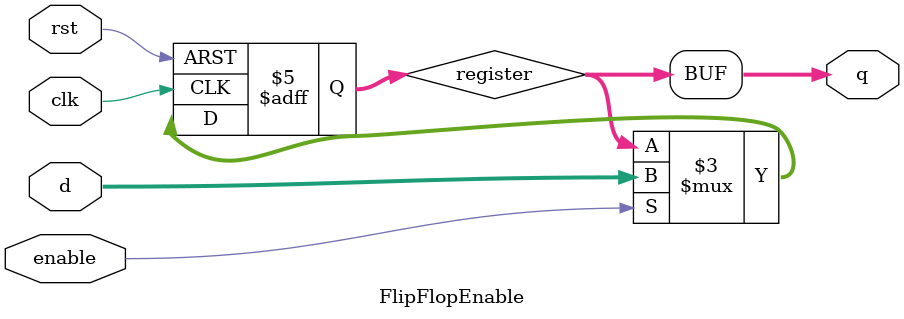
<source format=v>
module FlipFlop  #(parameter SIZE = 32)(
        input wire clk,rst,
        input wire [SIZE-1:0]d,
        output wire [SIZE-1:0]q
    );
    reg [SIZE-1:0]register;
    always @ (posedge clk or negedge rst) begin
        if (~rst)
            register <= 0;
        else
            register <= d;
    end
    assign q = register;
endmodule

module FlipFlopEnable  #(parameter SIZE = 32)(
        input wire clk,rst,enable,
        input wire [SIZE-1:0]d,
        output wire [SIZE-1:0]q
    );
//    assign q = d;
    reg [SIZE-1:0]register;
    always @ (posedge clk or negedge rst) begin
        if (~rst)
            register <= 0;
        else begin
                if (enable)
                    register <= d;
            end
    end
    assign q = register;
endmodule

</source>
